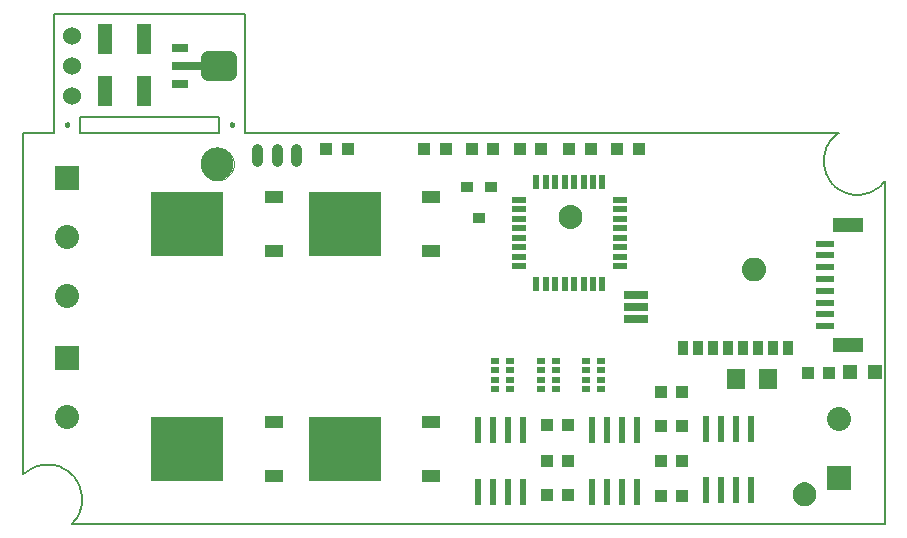
<source format=gts>
G75*
G70*
%OFA0B0*%
%FSLAX24Y24*%
%IPPOS*%
%LPD*%
%AMOC8*
5,1,8,0,0,1.08239X$1,22.5*
%
%ADD10C,0.0000*%
%ADD11C,0.0150*%
%ADD12C,0.1100*%
%ADD13C,0.0080*%
%ADD14C,0.0500*%
%ADD15C,0.0394*%
%ADD16R,0.0394X0.0433*%
%ADD17R,0.0630X0.0709*%
%ADD18R,0.0394X0.0354*%
%ADD19R,0.0220X0.0500*%
%ADD20R,0.0500X0.0220*%
%ADD21R,0.0787X0.0276*%
%ADD22R,0.0354X0.0500*%
%ADD23R,0.0240X0.0870*%
%ADD24R,0.0610X0.0236*%
%ADD25R,0.1000X0.0480*%
%ADD26R,0.0630X0.0394*%
%ADD27R,0.2441X0.2126*%
%ADD28R,0.0800X0.0800*%
%ADD29C,0.0800*%
%ADD30R,0.0472X0.0472*%
%ADD31R,0.0256X0.0197*%
%ADD32R,0.0472X0.0984*%
%ADD33R,0.0551X0.0315*%
%ADD34R,0.1000X0.0315*%
%ADD35C,0.0600*%
%ADD36C,0.0375*%
D10*
X006434Y012503D02*
X006436Y012550D01*
X006442Y012596D01*
X006452Y012642D01*
X006465Y012686D01*
X006483Y012730D01*
X006504Y012771D01*
X006528Y012811D01*
X006556Y012849D01*
X006587Y012884D01*
X006621Y012916D01*
X006657Y012945D01*
X006696Y012971D01*
X006736Y012994D01*
X006779Y013013D01*
X006823Y013029D01*
X006868Y013041D01*
X006914Y013049D01*
X006961Y013053D01*
X007007Y013053D01*
X007054Y013049D01*
X007100Y013041D01*
X007145Y013029D01*
X007189Y013013D01*
X007232Y012994D01*
X007272Y012971D01*
X007311Y012945D01*
X007347Y012916D01*
X007381Y012884D01*
X007412Y012849D01*
X007440Y012811D01*
X007464Y012771D01*
X007485Y012730D01*
X007503Y012686D01*
X007516Y012642D01*
X007526Y012596D01*
X007532Y012550D01*
X007534Y012503D01*
X007532Y012456D01*
X007526Y012410D01*
X007516Y012364D01*
X007503Y012320D01*
X007485Y012276D01*
X007464Y012235D01*
X007440Y012195D01*
X007412Y012157D01*
X007381Y012122D01*
X007347Y012090D01*
X007311Y012061D01*
X007272Y012035D01*
X007232Y012012D01*
X007189Y011993D01*
X007145Y011977D01*
X007100Y011965D01*
X007054Y011957D01*
X007007Y011953D01*
X006961Y011953D01*
X006914Y011957D01*
X006868Y011965D01*
X006823Y011977D01*
X006779Y011993D01*
X006736Y012012D01*
X006696Y012035D01*
X006657Y012061D01*
X006621Y012090D01*
X006587Y012122D01*
X006556Y012157D01*
X006528Y012195D01*
X006504Y012235D01*
X006483Y012276D01*
X006465Y012320D01*
X006452Y012364D01*
X006442Y012410D01*
X006436Y012456D01*
X006434Y012503D01*
X007395Y013810D02*
X007397Y013827D01*
X007402Y013843D01*
X007411Y013857D01*
X007423Y013869D01*
X007437Y013878D01*
X007453Y013883D01*
X007470Y013885D01*
X007487Y013883D01*
X007503Y013878D01*
X007517Y013869D01*
X007529Y013857D01*
X007538Y013843D01*
X007543Y013827D01*
X007545Y013810D01*
X007543Y013793D01*
X007538Y013777D01*
X007529Y013763D01*
X007517Y013751D01*
X007503Y013742D01*
X007487Y013737D01*
X007470Y013735D01*
X007453Y013737D01*
X007437Y013742D01*
X007423Y013751D01*
X007411Y013763D01*
X007402Y013777D01*
X007397Y013793D01*
X007395Y013810D01*
X001905Y013810D02*
X001907Y013827D01*
X001912Y013843D01*
X001921Y013857D01*
X001933Y013869D01*
X001947Y013878D01*
X001963Y013883D01*
X001980Y013885D01*
X001997Y013883D01*
X002013Y013878D01*
X002027Y013869D01*
X002039Y013857D01*
X002048Y013843D01*
X002053Y013827D01*
X002055Y013810D01*
X002053Y013793D01*
X002048Y013777D01*
X002039Y013763D01*
X002027Y013751D01*
X002013Y013742D01*
X001997Y013737D01*
X001980Y013735D01*
X001963Y013737D01*
X001947Y013742D01*
X001933Y013751D01*
X001921Y013763D01*
X001912Y013777D01*
X001907Y013793D01*
X001905Y013810D01*
D11*
X001980Y013810D03*
X007470Y013810D03*
D12*
X006984Y012503D03*
D13*
X000510Y002150D02*
X000559Y002196D01*
X000611Y002238D01*
X000666Y002278D01*
X000722Y002314D01*
X000781Y002348D01*
X000841Y002377D01*
X000903Y002403D01*
X000966Y002426D01*
X001031Y002444D01*
X001097Y002459D01*
X001163Y002470D01*
X001230Y002477D01*
X001297Y002481D01*
X001364Y002480D01*
X001431Y002476D01*
X001498Y002467D01*
X001564Y002455D01*
X001629Y002439D01*
X001694Y002419D01*
X001757Y002395D01*
X001818Y002368D01*
X001878Y002337D01*
X001936Y002303D01*
X001992Y002266D01*
X002045Y002225D01*
X002096Y002181D01*
X002145Y002135D01*
X002191Y002086D01*
X002233Y002034D01*
X002273Y001979D01*
X002309Y001923D01*
X002343Y001864D01*
X002372Y001804D01*
X002398Y001742D01*
X002421Y001679D01*
X002439Y001614D01*
X002454Y001548D01*
X002465Y001482D01*
X002472Y001415D01*
X002476Y001348D01*
X002475Y001281D01*
X002471Y001214D01*
X002462Y001147D01*
X002450Y001081D01*
X002434Y001016D01*
X002414Y000951D01*
X002390Y000888D01*
X002363Y000827D01*
X002332Y000767D01*
X002298Y000709D01*
X002261Y000653D01*
X002220Y000600D01*
X002176Y000549D01*
X002130Y000500D01*
X029230Y000500D01*
X029230Y011930D01*
X029189Y011877D01*
X029145Y011828D01*
X029098Y011780D01*
X029049Y011736D01*
X028997Y011695D01*
X028942Y011656D01*
X028886Y011621D01*
X028827Y011590D01*
X028767Y011562D01*
X028705Y011538D01*
X028642Y011517D01*
X028578Y011500D01*
X028512Y011487D01*
X028447Y011478D01*
X028380Y011472D01*
X028314Y011471D01*
X028247Y011474D01*
X028181Y011480D01*
X028116Y011490D01*
X028051Y011505D01*
X027987Y011523D01*
X027924Y011545D01*
X027862Y011570D01*
X027803Y011599D01*
X027745Y011632D01*
X027689Y011668D01*
X027635Y011707D01*
X027584Y011749D01*
X027535Y011794D01*
X027489Y011843D01*
X027446Y011893D01*
X027406Y011946D01*
X027369Y012002D01*
X027336Y012059D01*
X027306Y012119D01*
X027280Y012180D01*
X027257Y012242D01*
X027238Y012306D01*
X027223Y012371D01*
X027211Y012436D01*
X027204Y012502D01*
X027200Y012569D01*
X027201Y012635D01*
X027205Y012701D01*
X027213Y012767D01*
X027225Y012833D01*
X027241Y012897D01*
X027261Y012961D01*
X027285Y013023D01*
X027312Y013084D01*
X027342Y013143D01*
X027377Y013200D01*
X027414Y013255D01*
X027455Y013307D01*
X027498Y013358D01*
X027545Y013405D01*
X027594Y013450D01*
X027646Y013491D01*
X027700Y013530D01*
X007910Y013530D01*
X007910Y017500D01*
X001550Y017500D01*
X001550Y013530D01*
X000500Y013530D01*
X000500Y002150D01*
X000510Y002150D01*
X002410Y013530D02*
X002410Y014070D01*
X007030Y014070D01*
X007030Y013530D01*
X002410Y013530D01*
D14*
X006680Y015520D02*
X007380Y015520D01*
X006680Y015520D02*
X006680Y016020D01*
X007380Y016020D01*
X007380Y015520D01*
X007380Y016019D02*
X006680Y016019D01*
X018598Y010750D02*
X018600Y010773D01*
X018606Y010796D01*
X018615Y010818D01*
X018628Y010837D01*
X018644Y010854D01*
X018662Y010869D01*
X018683Y010880D01*
X018705Y010888D01*
X018728Y010892D01*
X018752Y010892D01*
X018775Y010888D01*
X018797Y010880D01*
X018818Y010869D01*
X018836Y010854D01*
X018852Y010837D01*
X018865Y010818D01*
X018874Y010796D01*
X018880Y010773D01*
X018882Y010750D01*
X018880Y010727D01*
X018874Y010704D01*
X018865Y010682D01*
X018852Y010663D01*
X018836Y010646D01*
X018818Y010631D01*
X018797Y010620D01*
X018775Y010612D01*
X018752Y010608D01*
X018728Y010608D01*
X018705Y010612D01*
X018683Y010620D01*
X018662Y010631D01*
X018644Y010646D01*
X018628Y010663D01*
X018615Y010682D01*
X018606Y010704D01*
X018600Y010727D01*
X018598Y010750D01*
X024718Y009000D02*
X024720Y009023D01*
X024726Y009046D01*
X024735Y009068D01*
X024748Y009087D01*
X024764Y009104D01*
X024782Y009119D01*
X024803Y009130D01*
X024825Y009138D01*
X024848Y009142D01*
X024872Y009142D01*
X024895Y009138D01*
X024917Y009130D01*
X024938Y009119D01*
X024956Y009104D01*
X024972Y009087D01*
X024985Y009068D01*
X024994Y009046D01*
X025000Y009023D01*
X025002Y009000D01*
X025000Y008977D01*
X024994Y008954D01*
X024985Y008932D01*
X024972Y008913D01*
X024956Y008896D01*
X024938Y008881D01*
X024917Y008870D01*
X024895Y008862D01*
X024872Y008858D01*
X024848Y008858D01*
X024825Y008862D01*
X024803Y008870D01*
X024782Y008881D01*
X024764Y008896D01*
X024748Y008913D01*
X024735Y008932D01*
X024726Y008954D01*
X024720Y008977D01*
X024718Y009000D01*
X026398Y001510D02*
X026400Y001533D01*
X026406Y001556D01*
X026415Y001578D01*
X026428Y001597D01*
X026444Y001614D01*
X026462Y001629D01*
X026483Y001640D01*
X026505Y001648D01*
X026528Y001652D01*
X026552Y001652D01*
X026575Y001648D01*
X026597Y001640D01*
X026618Y001629D01*
X026636Y001614D01*
X026652Y001597D01*
X026665Y001578D01*
X026674Y001556D01*
X026680Y001533D01*
X026682Y001510D01*
X026680Y001487D01*
X026674Y001464D01*
X026665Y001442D01*
X026652Y001423D01*
X026636Y001406D01*
X026618Y001391D01*
X026597Y001380D01*
X026575Y001372D01*
X026552Y001368D01*
X026528Y001368D01*
X026505Y001372D01*
X026483Y001380D01*
X026462Y001391D01*
X026444Y001406D01*
X026428Y001423D01*
X026415Y001442D01*
X026406Y001464D01*
X026400Y001487D01*
X026398Y001510D01*
D15*
X026540Y001510D03*
X024860Y009000D03*
X018740Y010750D03*
D16*
X018715Y012985D03*
X019425Y012985D03*
X020315Y012985D03*
X021025Y012985D03*
X017775Y012985D03*
X017065Y012985D03*
X016175Y012985D03*
X015465Y012985D03*
X014595Y012985D03*
X013885Y012985D03*
X011325Y012985D03*
X010615Y012985D03*
X021765Y004915D03*
X022475Y004915D03*
X022475Y003765D03*
X021765Y003765D03*
X021765Y002615D03*
X022475Y002615D03*
X022475Y001445D03*
X021765Y001445D03*
X018675Y001465D03*
X017965Y001465D03*
X017965Y002605D03*
X018675Y002605D03*
X018675Y003815D03*
X017965Y003815D03*
X026665Y005545D03*
X027375Y005545D03*
D17*
X025356Y005335D03*
X024274Y005335D03*
D18*
X015710Y010708D03*
X015316Y011732D03*
X016104Y011732D03*
D19*
X017618Y011890D03*
X017933Y011890D03*
X018248Y011890D03*
X018563Y011890D03*
X018877Y011890D03*
X019192Y011890D03*
X019507Y011890D03*
X019822Y011890D03*
X019822Y008510D03*
X019507Y008510D03*
X019192Y008510D03*
X018877Y008510D03*
X018563Y008510D03*
X018248Y008510D03*
X017933Y008510D03*
X017618Y008510D03*
D20*
X017030Y009098D03*
X017030Y009413D03*
X017030Y009728D03*
X017030Y010043D03*
X017030Y010357D03*
X017030Y010672D03*
X017030Y010987D03*
X017030Y011302D03*
X020410Y011302D03*
X020410Y010987D03*
X020410Y010672D03*
X020410Y010357D03*
X020410Y010043D03*
X020410Y009728D03*
X020410Y009413D03*
X020410Y009098D03*
D21*
X020950Y008124D03*
X020950Y007730D03*
X020950Y007336D03*
D22*
X022520Y006380D03*
X023020Y006380D03*
X023520Y006380D03*
X024020Y006380D03*
X024520Y006380D03*
X025020Y006380D03*
X025520Y006380D03*
X026020Y006380D03*
D23*
X024770Y003680D03*
X024270Y003680D03*
X023770Y003680D03*
X023270Y003680D03*
X020970Y003630D03*
X020470Y003630D03*
X019970Y003630D03*
X019470Y003630D03*
X017170Y003630D03*
X016670Y003630D03*
X016170Y003630D03*
X015670Y003630D03*
X015670Y001570D03*
X016170Y001570D03*
X016670Y001570D03*
X017170Y001570D03*
X019470Y001570D03*
X019970Y001570D03*
X020470Y001570D03*
X020970Y001570D03*
X023270Y001620D03*
X023770Y001620D03*
X024270Y001620D03*
X024770Y001620D03*
D24*
X027226Y007092D03*
X027226Y007486D03*
X027226Y007879D03*
X027226Y008273D03*
X027226Y008667D03*
X027226Y009061D03*
X027226Y009454D03*
X027226Y009848D03*
D25*
X028020Y010460D03*
X028020Y006480D03*
D26*
X014120Y003898D03*
X014120Y002102D03*
X008860Y002102D03*
X008860Y003898D03*
X008860Y009602D03*
X008860Y011398D03*
X014110Y011398D03*
X014110Y009602D03*
D27*
X011236Y010500D03*
X005986Y010500D03*
X005986Y003000D03*
X011246Y003000D03*
D28*
X001970Y006030D03*
X001970Y012030D03*
X027720Y002030D03*
D29*
X027720Y003999D03*
X001970Y004061D03*
X001970Y008093D03*
X001970Y010061D03*
D30*
X028077Y005550D03*
X028903Y005550D03*
D31*
X019776Y005627D03*
X019776Y005313D03*
X019284Y005313D03*
X019284Y005627D03*
X019284Y005942D03*
X019776Y005942D03*
X019776Y004998D03*
X019284Y004998D03*
X018276Y004998D03*
X017784Y004998D03*
X017784Y005313D03*
X017784Y005627D03*
X018276Y005627D03*
X018276Y005313D03*
X018276Y005942D03*
X017784Y005942D03*
X016726Y005942D03*
X016726Y005627D03*
X016726Y005313D03*
X016726Y004998D03*
X016234Y004998D03*
X016234Y005313D03*
X016234Y005627D03*
X016234Y005942D03*
D32*
X004530Y014920D03*
X003230Y014920D03*
X003230Y016670D03*
X004530Y016670D03*
D33*
X005750Y016360D03*
X005750Y015180D03*
D34*
X005975Y015770D03*
D35*
X002130Y015770D03*
X002130Y016770D03*
X002130Y014770D03*
D36*
X008320Y012988D02*
X008320Y012613D01*
X008970Y012613D02*
X008970Y012988D01*
X009620Y012988D02*
X009620Y012613D01*
M02*

</source>
